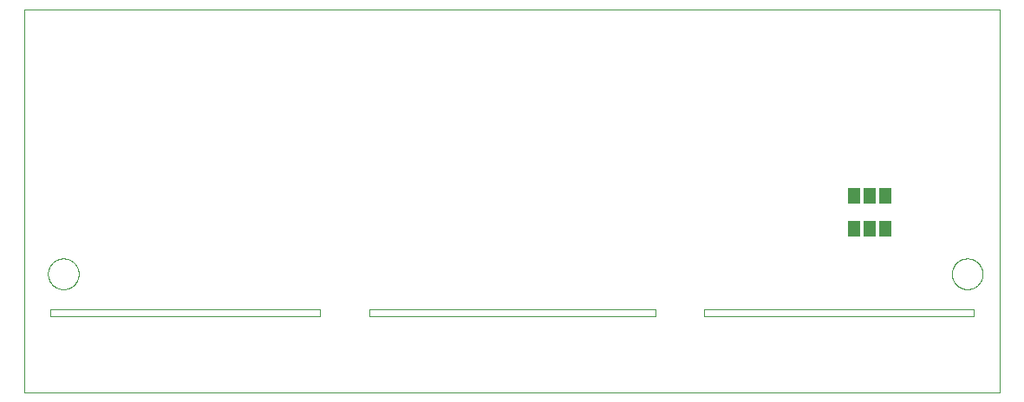
<source format=gbp>
G75*
%MOIN*%
%OFA0B0*%
%FSLAX25Y25*%
%IPPOS*%
%LPD*%
%AMOC8*
5,1,8,0,0,1.08239X$1,22.5*
%
%ADD10C,0.00000*%
%ADD11R,0.04600X0.06300*%
D10*
X0002038Y0001200D02*
X0002038Y0148650D01*
X0376959Y0148650D01*
X0376959Y0001200D01*
X0002038Y0001200D01*
X0012018Y0030550D02*
X0012018Y0033050D01*
X0115768Y0033050D01*
X0115768Y0030550D01*
X0012018Y0030550D01*
X0011112Y0046800D02*
X0011114Y0046953D01*
X0011120Y0047107D01*
X0011130Y0047260D01*
X0011144Y0047412D01*
X0011162Y0047565D01*
X0011184Y0047716D01*
X0011209Y0047867D01*
X0011239Y0048018D01*
X0011273Y0048168D01*
X0011310Y0048316D01*
X0011351Y0048464D01*
X0011396Y0048610D01*
X0011445Y0048756D01*
X0011498Y0048900D01*
X0011554Y0049042D01*
X0011614Y0049183D01*
X0011678Y0049323D01*
X0011745Y0049461D01*
X0011816Y0049597D01*
X0011891Y0049731D01*
X0011968Y0049863D01*
X0012050Y0049993D01*
X0012134Y0050121D01*
X0012222Y0050247D01*
X0012313Y0050370D01*
X0012407Y0050491D01*
X0012505Y0050609D01*
X0012605Y0050725D01*
X0012709Y0050838D01*
X0012815Y0050949D01*
X0012924Y0051057D01*
X0013036Y0051162D01*
X0013150Y0051263D01*
X0013268Y0051362D01*
X0013387Y0051458D01*
X0013509Y0051551D01*
X0013634Y0051640D01*
X0013761Y0051727D01*
X0013890Y0051809D01*
X0014021Y0051889D01*
X0014154Y0051965D01*
X0014289Y0052038D01*
X0014426Y0052107D01*
X0014565Y0052172D01*
X0014705Y0052234D01*
X0014847Y0052292D01*
X0014990Y0052347D01*
X0015135Y0052398D01*
X0015281Y0052445D01*
X0015428Y0052488D01*
X0015576Y0052527D01*
X0015725Y0052563D01*
X0015875Y0052594D01*
X0016026Y0052622D01*
X0016177Y0052646D01*
X0016330Y0052666D01*
X0016482Y0052682D01*
X0016635Y0052694D01*
X0016788Y0052702D01*
X0016941Y0052706D01*
X0017095Y0052706D01*
X0017248Y0052702D01*
X0017401Y0052694D01*
X0017554Y0052682D01*
X0017706Y0052666D01*
X0017859Y0052646D01*
X0018010Y0052622D01*
X0018161Y0052594D01*
X0018311Y0052563D01*
X0018460Y0052527D01*
X0018608Y0052488D01*
X0018755Y0052445D01*
X0018901Y0052398D01*
X0019046Y0052347D01*
X0019189Y0052292D01*
X0019331Y0052234D01*
X0019471Y0052172D01*
X0019610Y0052107D01*
X0019747Y0052038D01*
X0019882Y0051965D01*
X0020015Y0051889D01*
X0020146Y0051809D01*
X0020275Y0051727D01*
X0020402Y0051640D01*
X0020527Y0051551D01*
X0020649Y0051458D01*
X0020768Y0051362D01*
X0020886Y0051263D01*
X0021000Y0051162D01*
X0021112Y0051057D01*
X0021221Y0050949D01*
X0021327Y0050838D01*
X0021431Y0050725D01*
X0021531Y0050609D01*
X0021629Y0050491D01*
X0021723Y0050370D01*
X0021814Y0050247D01*
X0021902Y0050121D01*
X0021986Y0049993D01*
X0022068Y0049863D01*
X0022145Y0049731D01*
X0022220Y0049597D01*
X0022291Y0049461D01*
X0022358Y0049323D01*
X0022422Y0049183D01*
X0022482Y0049042D01*
X0022538Y0048900D01*
X0022591Y0048756D01*
X0022640Y0048610D01*
X0022685Y0048464D01*
X0022726Y0048316D01*
X0022763Y0048168D01*
X0022797Y0048018D01*
X0022827Y0047867D01*
X0022852Y0047716D01*
X0022874Y0047565D01*
X0022892Y0047412D01*
X0022906Y0047260D01*
X0022916Y0047107D01*
X0022922Y0046953D01*
X0022924Y0046800D01*
X0022922Y0046647D01*
X0022916Y0046493D01*
X0022906Y0046340D01*
X0022892Y0046188D01*
X0022874Y0046035D01*
X0022852Y0045884D01*
X0022827Y0045733D01*
X0022797Y0045582D01*
X0022763Y0045432D01*
X0022726Y0045284D01*
X0022685Y0045136D01*
X0022640Y0044990D01*
X0022591Y0044844D01*
X0022538Y0044700D01*
X0022482Y0044558D01*
X0022422Y0044417D01*
X0022358Y0044277D01*
X0022291Y0044139D01*
X0022220Y0044003D01*
X0022145Y0043869D01*
X0022068Y0043737D01*
X0021986Y0043607D01*
X0021902Y0043479D01*
X0021814Y0043353D01*
X0021723Y0043230D01*
X0021629Y0043109D01*
X0021531Y0042991D01*
X0021431Y0042875D01*
X0021327Y0042762D01*
X0021221Y0042651D01*
X0021112Y0042543D01*
X0021000Y0042438D01*
X0020886Y0042337D01*
X0020768Y0042238D01*
X0020649Y0042142D01*
X0020527Y0042049D01*
X0020402Y0041960D01*
X0020275Y0041873D01*
X0020146Y0041791D01*
X0020015Y0041711D01*
X0019882Y0041635D01*
X0019747Y0041562D01*
X0019610Y0041493D01*
X0019471Y0041428D01*
X0019331Y0041366D01*
X0019189Y0041308D01*
X0019046Y0041253D01*
X0018901Y0041202D01*
X0018755Y0041155D01*
X0018608Y0041112D01*
X0018460Y0041073D01*
X0018311Y0041037D01*
X0018161Y0041006D01*
X0018010Y0040978D01*
X0017859Y0040954D01*
X0017706Y0040934D01*
X0017554Y0040918D01*
X0017401Y0040906D01*
X0017248Y0040898D01*
X0017095Y0040894D01*
X0016941Y0040894D01*
X0016788Y0040898D01*
X0016635Y0040906D01*
X0016482Y0040918D01*
X0016330Y0040934D01*
X0016177Y0040954D01*
X0016026Y0040978D01*
X0015875Y0041006D01*
X0015725Y0041037D01*
X0015576Y0041073D01*
X0015428Y0041112D01*
X0015281Y0041155D01*
X0015135Y0041202D01*
X0014990Y0041253D01*
X0014847Y0041308D01*
X0014705Y0041366D01*
X0014565Y0041428D01*
X0014426Y0041493D01*
X0014289Y0041562D01*
X0014154Y0041635D01*
X0014021Y0041711D01*
X0013890Y0041791D01*
X0013761Y0041873D01*
X0013634Y0041960D01*
X0013509Y0042049D01*
X0013387Y0042142D01*
X0013268Y0042238D01*
X0013150Y0042337D01*
X0013036Y0042438D01*
X0012924Y0042543D01*
X0012815Y0042651D01*
X0012709Y0042762D01*
X0012605Y0042875D01*
X0012505Y0042991D01*
X0012407Y0043109D01*
X0012313Y0043230D01*
X0012222Y0043353D01*
X0012134Y0043479D01*
X0012050Y0043607D01*
X0011968Y0043737D01*
X0011891Y0043869D01*
X0011816Y0044003D01*
X0011745Y0044139D01*
X0011678Y0044277D01*
X0011614Y0044417D01*
X0011554Y0044558D01*
X0011498Y0044700D01*
X0011445Y0044844D01*
X0011396Y0044990D01*
X0011351Y0045136D01*
X0011310Y0045284D01*
X0011273Y0045432D01*
X0011239Y0045582D01*
X0011209Y0045733D01*
X0011184Y0045884D01*
X0011162Y0046035D01*
X0011144Y0046188D01*
X0011130Y0046340D01*
X0011120Y0046493D01*
X0011114Y0046647D01*
X0011112Y0046800D01*
X0134518Y0033050D02*
X0134518Y0030550D01*
X0244518Y0030550D01*
X0244518Y0033050D01*
X0134518Y0033050D01*
X0263268Y0033050D02*
X0263268Y0030550D01*
X0367018Y0030550D01*
X0367018Y0033050D01*
X0263268Y0033050D01*
X0358612Y0046800D02*
X0358614Y0046953D01*
X0358620Y0047107D01*
X0358630Y0047260D01*
X0358644Y0047412D01*
X0358662Y0047565D01*
X0358684Y0047716D01*
X0358709Y0047867D01*
X0358739Y0048018D01*
X0358773Y0048168D01*
X0358810Y0048316D01*
X0358851Y0048464D01*
X0358896Y0048610D01*
X0358945Y0048756D01*
X0358998Y0048900D01*
X0359054Y0049042D01*
X0359114Y0049183D01*
X0359178Y0049323D01*
X0359245Y0049461D01*
X0359316Y0049597D01*
X0359391Y0049731D01*
X0359468Y0049863D01*
X0359550Y0049993D01*
X0359634Y0050121D01*
X0359722Y0050247D01*
X0359813Y0050370D01*
X0359907Y0050491D01*
X0360005Y0050609D01*
X0360105Y0050725D01*
X0360209Y0050838D01*
X0360315Y0050949D01*
X0360424Y0051057D01*
X0360536Y0051162D01*
X0360650Y0051263D01*
X0360768Y0051362D01*
X0360887Y0051458D01*
X0361009Y0051551D01*
X0361134Y0051640D01*
X0361261Y0051727D01*
X0361390Y0051809D01*
X0361521Y0051889D01*
X0361654Y0051965D01*
X0361789Y0052038D01*
X0361926Y0052107D01*
X0362065Y0052172D01*
X0362205Y0052234D01*
X0362347Y0052292D01*
X0362490Y0052347D01*
X0362635Y0052398D01*
X0362781Y0052445D01*
X0362928Y0052488D01*
X0363076Y0052527D01*
X0363225Y0052563D01*
X0363375Y0052594D01*
X0363526Y0052622D01*
X0363677Y0052646D01*
X0363830Y0052666D01*
X0363982Y0052682D01*
X0364135Y0052694D01*
X0364288Y0052702D01*
X0364441Y0052706D01*
X0364595Y0052706D01*
X0364748Y0052702D01*
X0364901Y0052694D01*
X0365054Y0052682D01*
X0365206Y0052666D01*
X0365359Y0052646D01*
X0365510Y0052622D01*
X0365661Y0052594D01*
X0365811Y0052563D01*
X0365960Y0052527D01*
X0366108Y0052488D01*
X0366255Y0052445D01*
X0366401Y0052398D01*
X0366546Y0052347D01*
X0366689Y0052292D01*
X0366831Y0052234D01*
X0366971Y0052172D01*
X0367110Y0052107D01*
X0367247Y0052038D01*
X0367382Y0051965D01*
X0367515Y0051889D01*
X0367646Y0051809D01*
X0367775Y0051727D01*
X0367902Y0051640D01*
X0368027Y0051551D01*
X0368149Y0051458D01*
X0368268Y0051362D01*
X0368386Y0051263D01*
X0368500Y0051162D01*
X0368612Y0051057D01*
X0368721Y0050949D01*
X0368827Y0050838D01*
X0368931Y0050725D01*
X0369031Y0050609D01*
X0369129Y0050491D01*
X0369223Y0050370D01*
X0369314Y0050247D01*
X0369402Y0050121D01*
X0369486Y0049993D01*
X0369568Y0049863D01*
X0369645Y0049731D01*
X0369720Y0049597D01*
X0369791Y0049461D01*
X0369858Y0049323D01*
X0369922Y0049183D01*
X0369982Y0049042D01*
X0370038Y0048900D01*
X0370091Y0048756D01*
X0370140Y0048610D01*
X0370185Y0048464D01*
X0370226Y0048316D01*
X0370263Y0048168D01*
X0370297Y0048018D01*
X0370327Y0047867D01*
X0370352Y0047716D01*
X0370374Y0047565D01*
X0370392Y0047412D01*
X0370406Y0047260D01*
X0370416Y0047107D01*
X0370422Y0046953D01*
X0370424Y0046800D01*
X0370422Y0046647D01*
X0370416Y0046493D01*
X0370406Y0046340D01*
X0370392Y0046188D01*
X0370374Y0046035D01*
X0370352Y0045884D01*
X0370327Y0045733D01*
X0370297Y0045582D01*
X0370263Y0045432D01*
X0370226Y0045284D01*
X0370185Y0045136D01*
X0370140Y0044990D01*
X0370091Y0044844D01*
X0370038Y0044700D01*
X0369982Y0044558D01*
X0369922Y0044417D01*
X0369858Y0044277D01*
X0369791Y0044139D01*
X0369720Y0044003D01*
X0369645Y0043869D01*
X0369568Y0043737D01*
X0369486Y0043607D01*
X0369402Y0043479D01*
X0369314Y0043353D01*
X0369223Y0043230D01*
X0369129Y0043109D01*
X0369031Y0042991D01*
X0368931Y0042875D01*
X0368827Y0042762D01*
X0368721Y0042651D01*
X0368612Y0042543D01*
X0368500Y0042438D01*
X0368386Y0042337D01*
X0368268Y0042238D01*
X0368149Y0042142D01*
X0368027Y0042049D01*
X0367902Y0041960D01*
X0367775Y0041873D01*
X0367646Y0041791D01*
X0367515Y0041711D01*
X0367382Y0041635D01*
X0367247Y0041562D01*
X0367110Y0041493D01*
X0366971Y0041428D01*
X0366831Y0041366D01*
X0366689Y0041308D01*
X0366546Y0041253D01*
X0366401Y0041202D01*
X0366255Y0041155D01*
X0366108Y0041112D01*
X0365960Y0041073D01*
X0365811Y0041037D01*
X0365661Y0041006D01*
X0365510Y0040978D01*
X0365359Y0040954D01*
X0365206Y0040934D01*
X0365054Y0040918D01*
X0364901Y0040906D01*
X0364748Y0040898D01*
X0364595Y0040894D01*
X0364441Y0040894D01*
X0364288Y0040898D01*
X0364135Y0040906D01*
X0363982Y0040918D01*
X0363830Y0040934D01*
X0363677Y0040954D01*
X0363526Y0040978D01*
X0363375Y0041006D01*
X0363225Y0041037D01*
X0363076Y0041073D01*
X0362928Y0041112D01*
X0362781Y0041155D01*
X0362635Y0041202D01*
X0362490Y0041253D01*
X0362347Y0041308D01*
X0362205Y0041366D01*
X0362065Y0041428D01*
X0361926Y0041493D01*
X0361789Y0041562D01*
X0361654Y0041635D01*
X0361521Y0041711D01*
X0361390Y0041791D01*
X0361261Y0041873D01*
X0361134Y0041960D01*
X0361009Y0042049D01*
X0360887Y0042142D01*
X0360768Y0042238D01*
X0360650Y0042337D01*
X0360536Y0042438D01*
X0360424Y0042543D01*
X0360315Y0042651D01*
X0360209Y0042762D01*
X0360105Y0042875D01*
X0360005Y0042991D01*
X0359907Y0043109D01*
X0359813Y0043230D01*
X0359722Y0043353D01*
X0359634Y0043479D01*
X0359550Y0043607D01*
X0359468Y0043737D01*
X0359391Y0043869D01*
X0359316Y0044003D01*
X0359245Y0044139D01*
X0359178Y0044277D01*
X0359114Y0044417D01*
X0359054Y0044558D01*
X0358998Y0044700D01*
X0358945Y0044844D01*
X0358896Y0044990D01*
X0358851Y0045136D01*
X0358810Y0045284D01*
X0358773Y0045432D01*
X0358739Y0045582D01*
X0358709Y0045733D01*
X0358684Y0045884D01*
X0358662Y0046035D01*
X0358644Y0046188D01*
X0358630Y0046340D01*
X0358620Y0046493D01*
X0358614Y0046647D01*
X0358612Y0046800D01*
D11*
X0333018Y0064300D03*
X0327018Y0064300D03*
X0321018Y0064300D03*
X0321018Y0076800D03*
X0327018Y0076800D03*
X0333018Y0076800D03*
M02*

</source>
